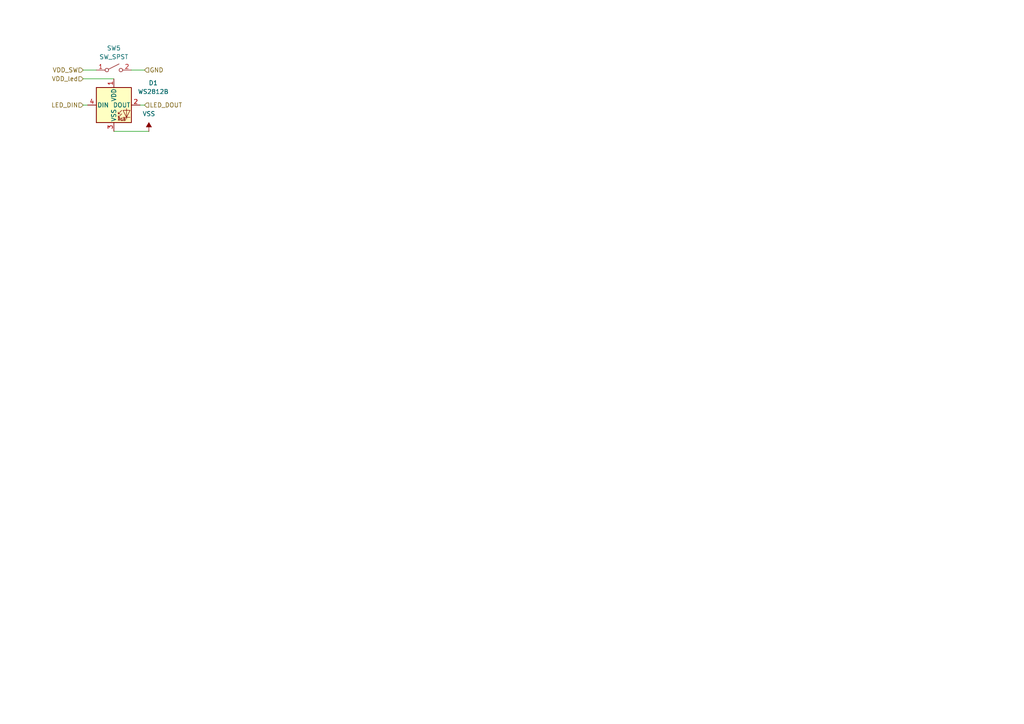
<source format=kicad_sch>
(kicad_sch (version 20250114) (generator "eeschema") (generator_version "9.0")
  (paper "A4")
  (lib_symbols
    (symbol "LED:WS2812B" (pin_names (offset 0.254))
      (property "Reference" "D" (at 5.08 5.715 0))
      (property "Value" "WS2812B" (at 1.27 -5.715 0))
      (symbol "WS2812B_0_0"
        (text "RGB" (at 2.286 -4.191 0) (effects (font (size 0.762 0.762))))
      )
      (symbol "WS2812B_0_1"
        (polyline (pts (xy 1.27 -2.54) (xy 1.778 -2.54)))
        (polyline (pts (xy 1.27 -3.556) (xy 1.778 -3.556)))
        (polyline (pts (xy 2.286 -1.524) (xy 1.27 -2.54) (xy 1.27 -2.032)))
        (polyline (pts (xy 2.286 -2.54) (xy 1.27 -3.556) (xy 1.27 -3.048)))
        (polyline (pts (xy 3.683 -1.016) (xy 3.683 -3.556) (xy 3.683 -4.064)))
        (polyline (pts (xy 4.699 -1.524) (xy 2.667 -1.524) (xy 3.683 -3.556) (xy 4.699 -1.524)))
        (polyline (pts (xy 4.699 -3.556) (xy 2.667 -3.556)))
        (rectangle (start 5.08 5.08) (end -5.08 -5.08) (stroke (width 0.254)) (fill (type background)))
      )
      (symbol "WS2812B_1_1"
        (pin input line (at -7.62 0 0) (length 2.54) (name "DIN") (number "4"))
        (pin power_in line (at 0 7.62 270) (length 2.54) (name "VDD") (number "1"))
        (pin power_in line (at 0 -7.62 90) (length 2.54) (name "VSS") (number "3"))
        (pin output line (at 7.62 0 180) (length 2.54) (name "DOUT") (number "2"))
      )
    )
    (symbol "Switch:SW_SPST" (pin_names (offset 0) (hide yes))
      (property "Reference" "SW" (at 0 3.175 0))
      (property "Value" "SW_SPST" (at 0 -2.54 0))
      (symbol "SW_SPST_0_0"
        (circle (center -2.032 0) (radius 0.508))
        (polyline (pts (xy -1.524 0.254) (xy 1.524 1.778)))
        (circle (center 2.032 0) (radius 0.508))
      )
      (symbol "SW_SPST_1_1"
        (pin passive line (at -5.08 0 0) (length 2.54) (name "A") (number "1"))
        (pin passive line (at 5.08 0 180) (length 2.54) (name "B") (number "2"))
      )
    )
    (symbol "power:VSS" (power) (pin_numbers (hide yes)) (pin_names (offset 0) (hide yes))
      (property "Value" "VSS" (at 0 3.556 0))
      (symbol "VSS_0_1"
        (polyline (pts (xy 0 0) (xy 0 2.54)))
        (polyline (pts (xy 0.762 1.27) (xy -0.762 1.27) (xy 0 2.54) (xy 0.762 1.27)) (fill (type outline)))
      )
      (symbol "VSS_1_1"
        (pin power_in line (at 0 0 90) (length 0) (name "~") (number "1"))
      )
    )
  )
  (wire (pts (xy 41.91 30.48) (xy 40.64 30.48)))
  (wire (pts (xy 24.13 20.32) (xy 27.94 20.32)))
  (wire (pts (xy 43.18 38.1) (xy 33.02 38.1)))
  (wire (pts (xy 24.13 30.48) (xy 25.4 30.48)))
  (wire (pts (xy 38.1 20.32) (xy 41.91 20.32)))
  (wire (pts (xy 24.13 22.86) (xy 33.02 22.86)))
  (hierarchical_label "GND" (shape input) (at 41.91 20.32 0))
  (hierarchical_label "VDD_led" (shape input) (at 24.13 22.86 180))
  (hierarchical_label "VDD_SW" (shape input) (at 24.13 20.32 180))
  (hierarchical_label "LED_DIN" (shape input) (at 24.13 30.48 180))
  (hierarchical_label "LED_DOUT" (shape input) (at 41.91 30.48 0))
  (symbol (lib_id "power:VSS") (at 43.18 38.1 0) (unit 1)
    (property "Reference" "#PWR0104" (effects (hide yes)))
    (property "Value" "VSS" (at 43.18 33.02 0))
    (property "Description" "Power symbol creates a global label with name \"VSS\"" (effects (hide yes)))
    (instances (project "" (path "" (reference "#PWR01") (unit 1))) (project "polytonic_greek_keyboard" (path "" (reference "#PWR0104") (unit 1))))
  )
  (symbol (lib_id "LED:WS2812B") (at 33.02 30.48 0) (unit 1)
    (property "Reference" "D1" (at 44.45 24.0598 0))
    (property "Value" "WS2812B" (at 44.45 26.5998 0))
    (property "Footprint" "LED_SMD:LED_WS2812B_PLCC4_5.0x5.0mm_P3.2mm" (effects (hide yes)))
    (property "Datasheet" "https://cdn-shop.adafruit.com/datasheets/WS2812B.pdf" (effects (hide yes)))
    (property "Description" "RGB LED with integrated controller" (effects (hide yes)))
  )
  (symbol (lib_id "Switch:SW_SPST") (at 33.02 20.32 0) (unit 1)
    (property "Reference" "SW3" (at 33.02 13.97 0))
    (property "Value" "SW_SPST" (at 33.02 16.51 0))
    (property "Footprint" "Button_Switch_Keyboard:SW_Cherry_MX_1.00u_PCB" (effects (hide yes)))
    (property "Description" "Single Pole Single Throw (SPST) switch" (effects (hide yes)))
    (instances (project "" (path "" (reference "SW5") (unit 1))) (project "" (path "" (reference "SW3") (unit 1))))
  )
)
</source>
